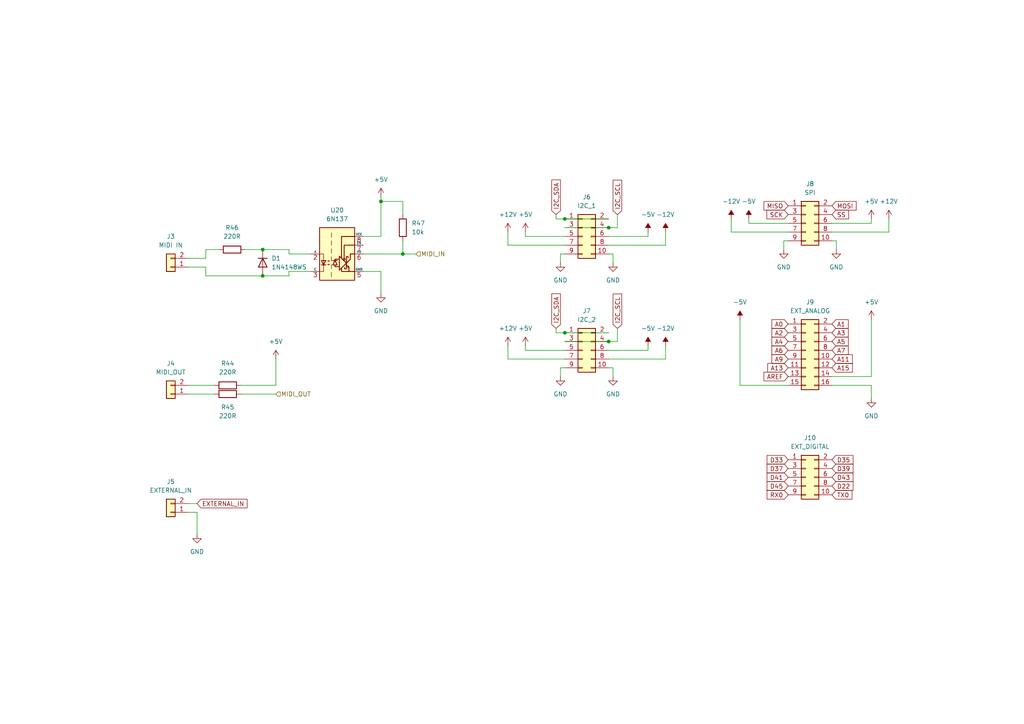
<source format=kicad_sch>
(kicad_sch (version 20230121) (generator eeschema)
  (paper "A4")
  (title_block (title "Polykit-X8 Mainboard") (date "2024-01-14") (rev "v0.0.2") (company "Jan Knipper") (comment 1 "github.com/polykit"))
  (lib_symbols
    (symbol "Connector_Generic:Conn_01x02" (pin_names (offset 1.016) hide)
      (property "Reference" "J" (at 0 2.54 0))
      (property "Value" "Conn_01x02" (at 0 -5.08 0))
      (symbol "Conn_01x02_1_1"
        (rectangle (start -1.27 -2.413) (end 0 -2.667) (stroke (width 0.1524)))
        (rectangle (start -1.27 0.127) (end 0 -0.127) (stroke (width 0.1524)))
        (rectangle (start -1.27 1.27) (end 1.27 -3.81) (stroke (width 0.254)) (fill (type background)))
        (pin passive line (at -5.08 0 0) (length 3.81) (name "Pin_1") (number "1"))
        (pin passive line (at -5.08 -2.54 0) (length 3.81) (name "Pin_2") (number "2"))
      )
    )
    (symbol "Connector_Generic:Conn_02x05_Odd_Even" (pin_names (offset 1.016) hide)
      (property "Reference" "J" (at 1.27 7.62 0))
      (property "Value" "Conn_02x05_Odd_Even" (at 1.27 -7.62 0))
      (symbol "Conn_02x05_Odd_Even_1_1"
        (rectangle (start -1.27 -4.953) (end 0 -5.207) (stroke (width 0.1524)))
        (rectangle (start -1.27 -2.413) (end 0 -2.667) (stroke (width 0.1524)))
        (rectangle (start -1.27 0.127) (end 0 -0.127) (stroke (width 0.1524)))
        (rectangle (start -1.27 2.667) (end 0 2.413) (stroke (width 0.1524)))
        (rectangle (start -1.27 5.207) (end 0 4.953) (stroke (width 0.1524)))
        (rectangle (start -1.27 6.35) (end 3.81 -6.35) (stroke (width 0.254)) (fill (type background)))
        (rectangle (start 3.81 -4.953) (end 2.54 -5.207) (stroke (width 0.1524)))
        (rectangle (start 3.81 -2.413) (end 2.54 -2.667) (stroke (width 0.1524)))
        (rectangle (start 3.81 0.127) (end 2.54 -0.127) (stroke (width 0.1524)))
        (rectangle (start 3.81 2.667) (end 2.54 2.413) (stroke (width 0.1524)))
        (rectangle (start 3.81 5.207) (end 2.54 4.953) (stroke (width 0.1524)))
        (pin passive line (at -5.08 5.08 0) (length 3.81) (name "Pin_1") (number "1"))
        (pin passive line (at 7.62 -5.08 180) (length 3.81) (name "Pin_10") (number "10"))
        (pin passive line (at 7.62 5.08 180) (length 3.81) (name "Pin_2") (number "2"))
        (pin passive line (at -5.08 2.54 0) (length 3.81) (name "Pin_3") (number "3"))
        (pin passive line (at 7.62 2.54 180) (length 3.81) (name "Pin_4") (number "4"))
        (pin passive line (at -5.08 0 0) (length 3.81) (name "Pin_5") (number "5"))
        (pin passive line (at 7.62 0 180) (length 3.81) (name "Pin_6") (number "6"))
        (pin passive line (at -5.08 -2.54 0) (length 3.81) (name "Pin_7") (number "7"))
        (pin passive line (at 7.62 -2.54 180) (length 3.81) (name "Pin_8") (number "8"))
        (pin passive line (at -5.08 -5.08 0) (length 3.81) (name "Pin_9") (number "9"))
      )
    )
    (symbol "Connector_Generic:Conn_02x08_Odd_Even" (pin_names (offset 1.016) hide)
      (property "Reference" "J" (at 1.27 10.16 0))
      (property "Value" "Conn_02x08_Odd_Even" (at 1.27 -12.7 0))
      (symbol "Conn_02x08_Odd_Even_1_1"
        (rectangle (start -1.27 -10.033) (end 0 -10.287) (stroke (width 0.1524)))
        (rectangle (start -1.27 -7.493) (end 0 -7.747) (stroke (width 0.1524)))
        (rectangle (start -1.27 -4.953) (end 0 -5.207) (stroke (width 0.1524)))
        (rectangle (start -1.27 -2.413) (end 0 -2.667) (stroke (width 0.1524)))
        (rectangle (start -1.27 0.127) (end 0 -0.127) (stroke (width 0.1524)))
        (rectangle (start -1.27 2.667) (end 0 2.413) (stroke (width 0.1524)))
        (rectangle (start -1.27 5.207) (end 0 4.953) (stroke (width 0.1524)))
        (rectangle (start -1.27 7.747) (end 0 7.493) (stroke (width 0.1524)))
        (rectangle (start -1.27 8.89) (end 3.81 -11.43) (stroke (width 0.254)) (fill (type background)))
        (rectangle (start 3.81 -10.033) (end 2.54 -10.287) (stroke (width 0.1524)))
        (rectangle (start 3.81 -7.493) (end 2.54 -7.747) (stroke (width 0.1524)))
        (rectangle (start 3.81 -4.953) (end 2.54 -5.207) (stroke (width 0.1524)))
        (rectangle (start 3.81 -2.413) (end 2.54 -2.667) (stroke (width 0.1524)))
        (rectangle (start 3.81 0.127) (end 2.54 -0.127) (stroke (width 0.1524)))
        (rectangle (start 3.81 2.667) (end 2.54 2.413) (stroke (width 0.1524)))
        (rectangle (start 3.81 5.207) (end 2.54 4.953) (stroke (width 0.1524)))
        (rectangle (start 3.81 7.747) (end 2.54 7.493) (stroke (width 0.1524)))
        (pin passive line (at -5.08 7.62 0) (length 3.81) (name "Pin_1") (number "1"))
        (pin passive line (at 7.62 -2.54 180) (length 3.81) (name "Pin_10") (number "10"))
        (pin passive line (at -5.08 -5.08 0) (length 3.81) (name "Pin_11") (number "11"))
        (pin passive line (at 7.62 -5.08 180) (length 3.81) (name "Pin_12") (number "12"))
        (pin passive line (at -5.08 -7.62 0) (length 3.81) (name "Pin_13") (number "13"))
        (pin passive line (at 7.62 -7.62 180) (length 3.81) (name "Pin_14") (number "14"))
        (pin passive line (at -5.08 -10.16 0) (length 3.81) (name "Pin_15") (number "15"))
        (pin passive line (at 7.62 -10.16 180) (length 3.81) (name "Pin_16") (number "16"))
        (pin passive line (at 7.62 7.62 180) (length 3.81) (name "Pin_2") (number "2"))
        (pin passive line (at -5.08 5.08 0) (length 3.81) (name "Pin_3") (number "3"))
        (pin passive line (at 7.62 5.08 180) (length 3.81) (name "Pin_4") (number "4"))
        (pin passive line (at -5.08 2.54 0) (length 3.81) (name "Pin_5") (number "5"))
        (pin passive line (at 7.62 2.54 180) (length 3.81) (name "Pin_6") (number "6"))
        (pin passive line (at -5.08 0 0) (length 3.81) (name "Pin_7") (number "7"))
        (pin passive line (at 7.62 0 180) (length 3.81) (name "Pin_8") (number "8"))
        (pin passive line (at -5.08 -2.54 0) (length 3.81) (name "Pin_9") (number "9"))
      )
    )
    (symbol "Device:R" (pin_numbers hide) (pin_names (offset 0))
      (property "Reference" "R" (at 2.032 0 90))
      (property "Value" "R" (at 0 0 90))
      (symbol "R_0_1"
        (rectangle (start -1.016 -2.54) (end 1.016 2.54) (stroke (width 0.254)))
      )
      (symbol "R_1_1"
        (pin passive line (at 0 3.81 270) (length 1.27) (name "~") (number "1"))
        (pin passive line (at 0 -3.81 90) (length 1.27) (name "~") (number "2"))
      )
    )
    (symbol "Diode:1N4148WS" (pin_numbers hide) (pin_names hide)
      (property "Reference" "D" (at 0 2.54 0))
      (property "Value" "1N4148WS" (at 0 -2.54 0))
      (symbol "1N4148WS_0_1"
        (polyline (pts (xy -1.27 1.27) (xy -1.27 -1.27)) (stroke (width 0.254)))
        (polyline (pts (xy 1.27 0) (xy -1.27 0)))
        (polyline (pts (xy 1.27 1.27) (xy 1.27 -1.27) (xy -1.27 0) (xy 1.27 1.27)) (stroke (width 0.254)))
      )
      (symbol "1N4148WS_1_1"
        (pin passive line (at -3.81 0 0) (length 2.54) (name "K") (number "1"))
        (pin passive line (at 3.81 0 180) (length 2.54) (name "A") (number "2"))
      )
    )
    (symbol "Isolator:6N137" (pin_names (offset 0))
      (property "Reference" "U" (at -4.064 8.89 0))
      (property "Value" "6N137" (at 0 -8.89 0))
      (symbol "6N137_0_1"
        (polyline (pts (xy 2.667 -3.556) (xy 2.667 -1.651)) (stroke (width 0.254)))
        (polyline (pts (xy 2.667 -2.159) (xy 2.667 -2.921)) (stroke (width 0.254)))
        (polyline (pts (xy 3.429 -3.937) (xy 3.429 -5.08)) (stroke (width 0.254)))
        (polyline (pts (xy -0.635 -3.302) (xy -0.635 -3.683) (xy 0.635 -3.683)) (stroke (width 0.254)))
        (polyline (pts (xy -0.635 -1.905) (xy -0.635 -1.524) (xy 0.508 -1.524)) (stroke (width 0.254)))
        (polyline (pts (xy 1.27 -4.064) (xy 1.27 -5.08) (xy 5.08 -5.08)) (stroke (width 0.254)))
        (polyline (pts (xy 1.27 -1.27) (xy 1.27 5.08) (xy 5.08 5.08)) (stroke (width 0.254)))
        (polyline (pts (xy 2.032 -1.27) (xy 2.032 2.54) (xy 5.08 2.54)) (stroke (width 0.254)))
        (polyline (pts (xy -5.08 -5.08) (xy -3.937 -5.08) (xy -3.937 0) (xy -5.08 0)))
        (polyline (pts (xy 2.667 -3.302) (xy 2.667 -4.318) (xy 2.159 -4.318) (xy 2.159 -3.937)) (stroke (width 0.254)))
        (polyline (pts (xy 2.667 -2.667) (xy 0.635 -4.699) (xy 0.635 -0.635) (xy 2.667 -2.667)) (stroke (width 0.254)))
        (polyline (pts (xy 2.667 -1.778) (xy 2.667 -0.762) (xy 3.175 -0.762) (xy 3.175 -1.143)) (stroke (width 0.254)))
        (polyline (pts (xy 2.794 -2.54) (xy 3.81 -1.524) (xy 3.81 0) (xy 5.08 0)) (stroke (width 0.254)))
        (polyline (pts (xy 2.667 -3.175) (xy 3.429 -3.937) (xy 3.302 -3.556) (xy 3.048 -3.81) (xy 3.429 -3.937)) (stroke (width 0.254)))
        (circle (center 2.032 -1.524) (radius 0.254) (stroke (width 0.254)))
      )
      (symbol "6N137_1_1"
        (rectangle (start -5.08 7.62) (end 5.08 -7.62) (stroke (width 0.254)) (fill (type background)))
        (polyline (pts (xy -4.572 -3.175) (xy -3.302 -3.175)) (stroke (width 0.254)))
        (polyline (pts (xy -1.651 -5.334) (xy -1.651 -6.604)))
        (polyline (pts (xy -1.651 -3.048) (xy -1.651 -4.318)))
        (polyline (pts (xy -1.651 -0.762) (xy -1.651 -2.032)))
        (polyline (pts (xy -1.651 1.524) (xy -1.651 0.254)))
        (polyline (pts (xy -1.651 3.81) (xy -1.651 2.54)))
        (polyline (pts (xy -1.651 6.096) (xy -1.651 4.826)))
        (polyline (pts (xy -1.27 -1.905) (xy 0 -1.905)) (stroke (width 0.254)))
        (polyline (pts (xy -3.937 -3.175) (xy -4.572 -1.905) (xy -3.302 -1.905) (xy -3.937 -3.175)) (stroke (width 0.254)))
        (polyline (pts (xy -0.635 -1.905) (xy -1.27 -3.175) (xy 0 -3.175) (xy -0.635 -1.905)) (stroke (width 0.254)))
        (polyline (pts (xy -2.921 -3.048) (xy -2.159 -3.048) (xy -2.54 -3.175) (xy -2.54 -2.921) (xy -2.159 -3.048)) (stroke (width 0.127)))
        (polyline (pts (xy -2.921 -2.032) (xy -2.159 -2.032) (xy -2.54 -2.159) (xy -2.54 -1.905) (xy -2.159 -2.032)) (stroke (width 0.127)))
        (pin no_connect line (at -5.08 5.08 0) (length 2.54) hide (name "NC") (number "1"))
        (pin passive line (at -7.62 0 0) (length 2.54) (name "A") (number "2"))
        (pin passive line (at -7.62 -5.08 0) (length 2.54) (name "C") (number "3"))
        (pin power_in line (at 7.62 -5.08 180) (length 2.54) (name "GND") (number "5"))
        (pin open_collector line (at 7.62 0 180) (length 2.54) (name "VO") (number "6"))
        (pin input line (at 7.62 2.54 180) (length 2.54) (name "EN") (number "7"))
        (pin power_in line (at 7.62 5.08 180) (length 2.54) (name "VCC") (number "8"))
      )
    )
    (symbol "power:+12V" (power) (pin_names (offset 0))
      (property "Value" "+12V" (at 0 3.556 0))
      (symbol "+12V_0_1"
        (polyline (pts (xy -0.762 1.27) (xy 0 2.54)))
        (polyline (pts (xy 0 0) (xy 0 2.54)))
        (polyline (pts (xy 0 2.54) (xy 0.762 1.27)))
      )
      (symbol "+12V_1_1"
        (pin power_in line (at 0 0 90) (length 0) hide (name "+12V") (number "1"))
      )
    )
    (symbol "power:+5V" (power) (pin_names (offset 0))
      (property "Value" "+5V" (at 0 3.556 0))
      (symbol "+5V_0_1"
        (polyline (pts (xy -0.762 1.27) (xy 0 2.54)))
        (polyline (pts (xy 0 0) (xy 0 2.54)))
        (polyline (pts (xy 0 2.54) (xy 0.762 1.27)))
      )
      (symbol "+5V_1_1"
        (pin power_in line (at 0 0 90) (length 0) hide (name "+5V") (number "1"))
      )
    )
    (symbol "power:-12V" (power) (pin_names (offset 0))
      (property "Value" "-12V" (at 0 3.81 0))
      (symbol "-12V_0_0"
        (pin power_in line (at 0 0 90) (length 0) hide (name "-12V") (number "1"))
      )
      (symbol "-12V_0_1"
        (polyline (pts (xy 0 0) (xy 0 1.27) (xy 0.762 1.27) (xy 0 2.54) (xy -0.762 1.27) (xy 0 1.27)) (fill (type outline)))
      )
    )
    (symbol "power:-5V" (power) (pin_names (offset 0))
      (property "Value" "-5V" (at 0 3.81 0))
      (symbol "-5V_0_0"
        (pin power_in line (at 0 0 90) (length 0) hide (name "-5V") (number "1"))
      )
      (symbol "-5V_0_1"
        (polyline (pts (xy 0 0) (xy 0 1.27) (xy 0.762 1.27) (xy 0 2.54) (xy -0.762 1.27) (xy 0 1.27)) (fill (type outline)))
      )
    )
    (symbol "power:GND" (power) (pin_names (offset 0))
      (property "Value" "GND" (at 0 -3.81 0))
      (symbol "GND_0_1"
        (polyline (pts (xy 0 0) (xy 0 -1.27) (xy 1.27 -1.27) (xy 0 -2.54) (xy -1.27 -1.27) (xy 0 -1.27)))
      )
      (symbol "GND_1_1"
        (pin power_in line (at 0 0 270) (length 0) hide (name "GND") (number "1"))
      )
    )
  )
  (junction (at 76.2 72.39))
  (junction (at 176.53 66.04))
  (junction (at 163.83 63.5))
  (junction (at 163.83 96.52))
  (junction (at 176.53 99.06))
  (junction (at 110.49 58.42))
  (junction (at 116.84 73.66))
  (junction (at 76.2 80.01))
  (wire (pts (xy 54.61 148.59) (xy 57.15 148.59)))
  (wire (pts (xy 105.41 68.58) (xy 110.49 68.58)))
  (wire (pts (xy 90.17 78.74) (xy 83.82 78.74)))
  (wire (pts (xy 163.83 63.5) (xy 176.53 63.5)))
  (wire (pts (xy 105.41 78.74) (xy 110.49 78.74)))
  (wire (pts (xy 76.2 72.39) (xy 83.82 72.39)))
  (wire (pts (xy 163.83 66.04) (xy 176.53 66.04)))
  (wire (pts (xy 212.09 67.31) (xy 212.09 63.5)))
  (wire (pts (xy 63.5 72.39) (xy 59.69 72.39)))
  (wire (pts (xy 193.04 71.12) (xy 193.04 67.31)))
  (wire (pts (xy 83.82 73.66) (xy 83.82 72.39)))
  (wire (pts (xy 176.53 99.06) (xy 179.07 99.06)))
  (wire (pts (xy 241.3 111.76) (xy 252.73 111.76)))
  (wire (pts (xy 241.3 64.77) (xy 252.73 64.77)))
  (wire (pts (xy 252.73 64.77) (xy 252.73 63.5)))
  (wire (pts (xy 177.8 73.66) (xy 177.8 76.2)))
  (wire (pts (xy 59.69 72.39) (xy 59.69 74.93)))
  (wire (pts (xy 116.84 58.42) (xy 110.49 58.42)))
  (wire (pts (xy 214.63 111.76) (xy 228.6 111.76)))
  (wire (pts (xy 228.6 69.85) (xy 227.33 69.85)))
  (wire (pts (xy 110.49 58.42) (xy 110.49 57.15)))
  (wire (pts (xy 176.53 73.66) (xy 177.8 73.66)))
  (wire (pts (xy 177.8 106.68) (xy 177.8 109.22)))
  (wire (pts (xy 252.73 109.22) (xy 252.73 92.71)))
  (wire (pts (xy 252.73 111.76) (xy 252.73 115.57)))
  (wire (pts (xy 227.33 69.85) (xy 227.33 72.39)))
  (wire (pts (xy 163.83 96.52) (xy 176.53 96.52)))
  (wire (pts (xy 54.61 77.47) (xy 59.69 77.47)))
  (wire (pts (xy 59.69 80.01) (xy 59.69 77.47)))
  (wire (pts (xy 193.04 104.14) (xy 193.04 100.33)))
  (wire (pts (xy 176.53 106.68) (xy 177.8 106.68)))
  (wire (pts (xy 80.01 111.76) (xy 80.01 104.14)))
  (wire (pts (xy 163.83 104.14) (xy 147.32 104.14)))
  (wire (pts (xy 110.49 78.74) (xy 110.49 85.09)))
  (wire (pts (xy 71.12 72.39) (xy 76.2 72.39)))
  (wire (pts (xy 83.82 78.74) (xy 83.82 80.01)))
  (wire (pts (xy 163.83 106.68) (xy 162.56 106.68)))
  (wire (pts (xy 162.56 73.66) (xy 162.56 76.2)))
  (wire (pts (xy 147.32 104.14) (xy 147.32 100.33)))
  (wire (pts (xy 116.84 62.23) (xy 116.84 58.42)))
  (wire (pts (xy 257.81 67.31) (xy 257.81 63.5)))
  (wire (pts (xy 179.07 99.06) (xy 179.07 95.25)))
  (wire (pts (xy 176.53 104.14) (xy 193.04 104.14)))
  (wire (pts (xy 179.07 66.04) (xy 179.07 62.23)))
  (wire (pts (xy 90.17 73.66) (xy 83.82 73.66)))
  (wire (pts (xy 241.3 109.22) (xy 252.73 109.22)))
  (wire (pts (xy 163.83 99.06) (xy 176.53 99.06)))
  (wire (pts (xy 54.61 114.3) (xy 62.23 114.3)))
  (wire (pts (xy 161.29 96.52) (xy 161.29 95.25)))
  (wire (pts (xy 110.49 68.58) (xy 110.49 58.42)))
  (wire (pts (xy 176.53 71.12) (xy 193.04 71.12)))
  (wire (pts (xy 163.83 73.66) (xy 162.56 73.66)))
  (wire (pts (xy 241.3 67.31) (xy 257.81 67.31)))
  (wire (pts (xy 83.82 80.01) (xy 76.2 80.01)))
  (wire (pts (xy 163.83 63.5) (xy 161.29 63.5)))
  (wire (pts (xy 147.32 71.12) (xy 147.32 67.31)))
  (wire (pts (xy 57.15 148.59) (xy 57.15 154.94)))
  (wire (pts (xy 152.4 101.6) (xy 152.4 100.33)))
  (wire (pts (xy 54.61 111.76) (xy 62.23 111.76)))
  (wire (pts (xy 214.63 111.76) (xy 214.63 92.71)))
  (wire (pts (xy 57.15 146.05) (xy 54.61 146.05)))
  (wire (pts (xy 163.83 68.58) (xy 152.4 68.58)))
  (wire (pts (xy 116.84 69.85) (xy 116.84 73.66)))
  (wire (pts (xy 187.96 101.6) (xy 187.96 100.33)))
  (wire (pts (xy 217.17 64.77) (xy 217.17 63.5)))
  (wire (pts (xy 241.3 69.85) (xy 242.57 69.85)))
  (wire (pts (xy 228.6 64.77) (xy 217.17 64.77)))
  (wire (pts (xy 69.85 111.76) (xy 80.01 111.76)))
  (wire (pts (xy 162.56 106.68) (xy 162.56 109.22)))
  (wire (pts (xy 242.57 69.85) (xy 242.57 72.39)))
  (wire (pts (xy 152.4 68.58) (xy 152.4 67.31)))
  (wire (pts (xy 116.84 73.66) (xy 105.41 73.66)))
  (wire (pts (xy 176.53 101.6) (xy 187.96 101.6)))
  (wire (pts (xy 176.53 66.04) (xy 179.07 66.04)))
  (wire (pts (xy 161.29 63.5) (xy 161.29 62.23)))
  (wire (pts (xy 163.83 101.6) (xy 152.4 101.6)))
  (wire (pts (xy 176.53 68.58) (xy 187.96 68.58)))
  (wire (pts (xy 76.2 80.01) (xy 59.69 80.01)))
  (wire (pts (xy 120.65 73.66) (xy 116.84 73.66)))
  (wire (pts (xy 228.6 67.31) (xy 212.09 67.31)))
  (wire (pts (xy 163.83 96.52) (xy 161.29 96.52)))
  (wire (pts (xy 59.69 74.93) (xy 54.61 74.93)))
  (wire (pts (xy 163.83 71.12) (xy 147.32 71.12)))
  (wire (pts (xy 69.85 114.3) (xy 80.01 114.3)))
  (wire (pts (xy 187.96 68.58) (xy 187.96 67.31)))
  (global_label "A15" (shape input) (at 241.3 106.68 0) (property "Intersheetrefs" "${INTERSHEET_REFS}" (effects hide)))
  (global_label "MOSI" (shape input) (at 241.3 59.69 0) (property "Intersheetrefs" "${INTERSHEET_REFS}" (effects hide)))
  (global_label "A6" (shape input) (at 228.6 101.6 180) (property "Intersheetrefs" "${INTERSHEET_REFS}" (effects hide)))
  (global_label "I2C_SDA" (shape input) (at 161.29 62.23 90) (property "Intersheetrefs" "${INTERSHEET_REFS}" (effects hide)))
  (global_label "I2C_SCL" (shape input) (at 179.07 62.23 90) (property "Intersheetrefs" "${INTERSHEET_REFS}" (effects hide)))
  (global_label "D43" (shape input) (at 241.3 138.43 0) (property "Intersheetrefs" "${INTERSHEET_REFS}" (effects hide)))
  (global_label "D33" (shape input) (at 228.6 133.35 180) (property "Intersheetrefs" "${INTERSHEET_REFS}" (effects hide)))
  (global_label "A0" (shape input) (at 228.6 93.98 180) (property "Intersheetrefs" "${INTERSHEET_REFS}" (effects hide)))
  (global_label "I2C_SCL" (shape input) (at 179.07 95.25 90) (property "Intersheetrefs" "${INTERSHEET_REFS}" (effects hide)))
  (global_label "D37" (shape input) (at 228.6 135.89 180) (property "Intersheetrefs" "${INTERSHEET_REFS}" (effects hide)))
  (global_label "EXTERNAL_IN" (shape input) (at 57.15 146.05 0) (property "Intersheetrefs" "${INTERSHEET_REFS}" (effects hide)))
  (global_label "A1" (shape input) (at 241.3 93.98 0) (property "Intersheetrefs" "${INTERSHEET_REFS}" (effects hide)))
  (global_label "D39" (shape input) (at 241.3 135.89 0) (property "Intersheetrefs" "${INTERSHEET_REFS}" (effects hide)))
  (global_label "A4" (shape input) (at 228.6 99.06 180) (property "Intersheetrefs" "${INTERSHEET_REFS}" (effects hide)))
  (global_label "SCK" (shape input) (at 228.6 62.23 180) (property "Intersheetrefs" "${INTERSHEET_REFS}" (effects hide)))
  (global_label "D22" (shape input) (at 241.3 140.97 0) (property "Intersheetrefs" "${INTERSHEET_REFS}" (effects hide)))
  (global_label "A3" (shape input) (at 241.3 96.52 0) (property "Intersheetrefs" "${INTERSHEET_REFS}" (effects hide)))
  (global_label "A13" (shape input) (at 228.6 106.68 180) (property "Intersheetrefs" "${INTERSHEET_REFS}" (effects hide)))
  (global_label "I2C_SDA" (shape input) (at 161.29 95.25 90) (property "Intersheetrefs" "${INTERSHEET_REFS}" (effects hide)))
  (global_label "AREF" (shape input) (at 228.6 109.22 180) (property "Intersheetrefs" "${INTERSHEET_REFS}" (effects hide)))
  (global_label "MISO" (shape input) (at 228.6 59.69 180) (property "Intersheetrefs" "${INTERSHEET_REFS}" (effects hide)))
  (global_label "A2" (shape input) (at 228.6 96.52 180) (property "Intersheetrefs" "${INTERSHEET_REFS}" (effects hide)))
  (global_label "A11" (shape input) (at 241.3 104.14 0) (property "Intersheetrefs" "${INTERSHEET_REFS}" (effects hide)))
  (global_label "A9" (shape input) (at 228.6 104.14 180) (property "Intersheetrefs" "${INTERSHEET_REFS}" (effects hide)))
  (global_label "D35" (shape input) (at 241.3 133.35 0) (property "Intersheetrefs" "${INTERSHEET_REFS}" (effects hide)))
  (global_label "TX0" (shape input) (at 241.3 143.51 0) (property "Intersheetrefs" "${INTERSHEET_REFS}" (effects hide)))
  (global_label "A5" (shape input) (at 241.3 99.06 0) (property "Intersheetrefs" "${INTERSHEET_REFS}" (effects hide)))
  (global_label "A7" (shape input) (at 241.3 101.6 0) (property "Intersheetrefs" "${INTERSHEET_REFS}" (effects hide)))
  (global_label "D41" (shape input) (at 228.6 138.43 180) (property "Intersheetrefs" "${INTERSHEET_REFS}" (effects hide)))
  (global_label "D45" (shape input) (at 228.6 140.97 180) (property "Intersheetrefs" "${INTERSHEET_REFS}" (effects hide)))
  (global_label "RX0" (shape input) (at 228.6 143.51 180) (property "Intersheetrefs" "${INTERSHEET_REFS}" (effects hide)))
  (global_label "SS" (shape input) (at 241.3 62.23 0) (property "Intersheetrefs" "${INTERSHEET_REFS}" (effects hide)))
  (hierarchical_label "MIDI_IN" (shape input) (at 120.65 73.66 0))
  (hierarchical_label "MIDI_OUT" (shape input) (at 80.01 114.3 0))
  (symbol (lib_id "power:GND") (at 177.8 109.22 0) (unit 1)
    (property "Reference" "#PWR0175" (effects hide))
    (property "Value" "GND" (at 177.8 114.3 0))
  )
  (symbol (lib_id "power:-5V") (at 217.17 63.5 0) (unit 1)
    (property "Reference" "#PWR0180" (effects hide))
    (property "Value" "-5V" (at 217.17 58.42 0))
  )
  (symbol (lib_id "power:GND") (at 227.33 72.39 0) (unit 1)
    (property "Reference" "#PWR0182" (effects hide))
    (property "Value" "GND" (at 227.33 77.47 0))
  )
  (symbol (lib_id "Device:R") (at 116.84 66.04 180) (unit 1)
    (property "Reference" "R47" (at 119.38 64.7699 0) (effects (justify right)))
    (property "Value" "10k" (at 119.38 67.3099 0) (effects (justify right)))
    (property "Footprint" "Resistor_SMD:R_1206_3216Metric_Pad1.30x1.75mm_HandSolder" (effects hide))
  )
  (symbol (lib_id "power:GND") (at 57.15 154.94 0) (unit 1)
    (property "Reference" "#PWR0164" (effects hide))
    (property "Value" "GND" (at 57.15 160.02 0))
  )
  (symbol (lib_id "power:+12V") (at 257.81 63.5 0) (unit 1)
    (property "Reference" "#PWR0185" (effects hide))
    (property "Value" "+12V" (at 257.81 58.42 0))
  )
  (symbol (lib_id "Connector_Generic:Conn_02x08_Odd_Even") (at 233.68 101.6 0) (unit 1)
    (property "Reference" "J9" (at 234.95 87.63 0))
    (property "Value" "EXT_ANALOG" (at 234.95 90.17 0))
    (property "Footprint" "Connector_IDC:IDC-Header_2x08_P2.54mm_Vertical" (effects hide))
  )
  (symbol (lib_id "power:+12V") (at 147.32 67.31 0) (unit 1)
    (property "Reference" "#PWR0168" (effects hide))
    (property "Value" "+12V" (at 147.32 62.23 0))
  )
  (symbol (lib_id "Diode:1N4148WS") (at 76.2 76.2 270) (unit 1)
    (property "Reference" "D1" (at 78.74 74.9299 90) (effects (justify left)))
    (property "Value" "1N4148WS" (at 78.74 77.4699 90) (effects (justify left)))
    (property "Footprint" "Diode_SMD:D_SOD-323_HandSoldering" (effects hide))
    (property "Datasheet" "https://www.vishay.com/docs/85751/1n4148ws.pdf" (effects hide))
  )
  (symbol (lib_id "power:+5V") (at 252.73 92.71 0) (unit 1)
    (property "Reference" "#PWR0221" (effects hide))
    (property "Value" "+5V" (at 252.73 87.63 0))
  )
  (symbol (lib_id "power:+5V") (at 152.4 67.31 0) (unit 1)
    (property "Reference" "#PWR0170" (effects hide))
    (property "Value" "+5V" (at 152.4 62.23 0))
  )
  (symbol (lib_id "power:+5V") (at 80.01 104.14 0) (unit 1)
    (property "Reference" "#PWR0165" (effects hide))
    (property "Value" "+5V" (at 80.01 99.06 0))
  )
  (symbol (lib_id "power:+5V") (at 110.49 57.15 0) (unit 1)
    (property "Reference" "#PWR0166" (effects hide))
    (property "Value" "+5V" (at 110.49 52.07 0))
  )
  (symbol (lib_id "power:+12V") (at 147.32 100.33 0) (unit 1)
    (property "Reference" "#PWR0169" (effects hide))
    (property "Value" "+12V" (at 147.32 95.25 0))
  )
  (symbol (lib_id "Connector_Generic:Conn_01x02") (at 49.53 77.47 180) (unit 1)
    (property "Reference" "J3" (at 49.53 68.58 0))
    (property "Value" "MIDI IN" (at 49.53 71.12 0))
    (property "Footprint" "Connector_Molex:Molex_KK-254_AE-6410-02A_1x02_P2.54mm_Vertical" (effects hide))
  )
  (symbol (lib_id "Connector_Generic:Conn_02x05_Odd_Even") (at 233.68 64.77 0) (unit 1)
    (property "Reference" "J8" (at 234.95 53.34 0))
    (property "Value" "SPI" (at 234.95 55.88 0))
    (property "Footprint" "Connector_IDC:IDC-Header_2x05_P2.54mm_Vertical" (effects hide))
  )
  (symbol (lib_id "power:GND") (at 162.56 109.22 0) (unit 1)
    (property "Reference" "#PWR0173" (effects hide))
    (property "Value" "GND" (at 162.56 114.3 0))
  )
  (symbol (lib_id "power:-12V") (at 193.04 100.33 0) (unit 1)
    (property "Reference" "#PWR0179" (effects hide))
    (property "Value" "-12V" (at 193.04 95.25 0))
  )
  (symbol (lib_id "Isolator:6N137") (at 97.79 73.66 0) (unit 1)
    (property "Reference" "U20" (at 97.79 60.96 0))
    (property "Value" "6N137" (at 97.79 63.5 0))
    (property "Footprint" "Package_DIP:DIP-8_W7.62mm_SMDSocket_SmallPads" (effects hide))
    (property "Datasheet" "https://docs.broadcom.com/docs/AV02-0940EN" (effects hide))
  )
  (symbol (lib_id "Connector_Generic:Conn_01x02") (at 49.53 114.3 180) (unit 1)
    (property "Reference" "J4" (at 49.53 105.41 0))
    (property "Value" "MIDI_OUT" (at 49.53 107.95 0))
    (property "Footprint" "Connector_Molex:Molex_KK-254_AE-6410-02A_1x02_P2.54mm_Vertical" (effects hide))
  )
  (symbol (lib_id "power:+5V") (at 252.73 63.5 0) (unit 1)
    (property "Reference" "#PWR0184" (effects hide))
    (property "Value" "+5V" (at 252.73 58.42 0))
  )
  (symbol (lib_id "power:GND") (at 177.8 76.2 0) (unit 1)
    (property "Reference" "#PWR0174" (effects hide))
    (property "Value" "GND" (at 177.8 81.28 0))
  )
  (symbol (lib_id "power:GND") (at 242.57 72.39 0) (unit 1)
    (property "Reference" "#PWR0183" (effects hide))
    (property "Value" "GND" (at 242.57 77.47 0))
  )
  (symbol (lib_id "Connector_Generic:Conn_02x05_Odd_Even") (at 233.68 138.43 0) (unit 1)
    (property "Reference" "J10" (at 234.95 127 0))
    (property "Value" "EXT_DIGITAL" (at 234.95 129.54 0))
    (property "Footprint" "Connector_IDC:IDC-Header_2x05_P2.54mm_Vertical" (effects hide))
  )
  (symbol (lib_id "power:-12V") (at 193.04 67.31 0) (unit 1)
    (property "Reference" "#PWR0178" (effects hide))
    (property "Value" "-12V" (at 193.04 62.23 0))
  )
  (symbol (lib_id "power:GND") (at 252.73 115.57 0) (unit 1)
    (property "Reference" "#PWR0222" (effects hide))
    (property "Value" "GND" (at 252.73 120.65 0))
  )
  (symbol (lib_id "power:GND") (at 162.56 76.2 0) (unit 1)
    (property "Reference" "#PWR0172" (effects hide))
    (property "Value" "GND" (at 162.56 81.28 0))
  )
  (symbol (lib_id "Connector_Generic:Conn_02x05_Odd_Even") (at 168.91 101.6 0) (unit 1)
    (property "Reference" "J7" (at 170.18 90.17 0))
    (property "Value" "I2C_2" (at 170.18 92.71 0))
    (property "Footprint" "Connector_IDC:IDC-Header_2x05_P2.54mm_Vertical" (effects hide))
  )
  (symbol (lib_id "power:-5V") (at 187.96 100.33 0) (unit 1)
    (property "Reference" "#PWR0177" (effects hide))
    (property "Value" "-5V" (at 187.96 95.25 0))
  )
  (symbol (lib_id "Connector_Generic:Conn_01x02") (at 49.53 148.59 180) (unit 1)
    (property "Reference" "J5" (at 49.53 139.7 0))
    (property "Value" "EXTERNAL_IN" (at 49.53 142.24 0))
    (property "Footprint" "Connector_Molex:Molex_KK-254_AE-6410-02A_1x02_P2.54mm_Vertical" (effects hide))
  )
  (symbol (lib_id "Device:R") (at 67.31 72.39 90) (unit 1)
    (property "Reference" "R46" (at 67.31 66.04 90))
    (property "Value" "220R" (at 67.31 68.58 90))
    (property "Footprint" "Resistor_SMD:R_1206_3216Metric_Pad1.30x1.75mm_HandSolder" (effects hide))
  )
  (symbol (lib_id "power:GND") (at 110.49 85.09 0) (unit 1)
    (property "Reference" "#PWR0167" (effects hide))
    (property "Value" "GND" (at 110.49 90.17 0))
  )
  (symbol (lib_id "Device:R") (at 66.04 114.3 90) (unit 1)
    (property "Reference" "R45" (at 66.04 118.11 90))
    (property "Value" "220R" (at 66.04 120.65 90))
    (property "Footprint" "Resistor_SMD:R_1206_3216Metric_Pad1.30x1.75mm_HandSolder" (effects hide))
  )
  (symbol (lib_id "Device:R") (at 66.04 111.76 90) (unit 1)
    (property "Reference" "R44" (at 66.04 105.41 90))
    (property "Value" "220R" (at 66.04 107.95 90))
    (property "Footprint" "Resistor_SMD:R_1206_3216Metric_Pad1.30x1.75mm_HandSolder" (effects hide))
  )
  (symbol (lib_id "power:-12V") (at 212.09 63.5 0) (unit 1)
    (property "Reference" "#PWR0181" (effects hide))
    (property "Value" "-12V" (at 212.09 58.42 0))
  )
  (symbol (lib_id "Connector_Generic:Conn_02x05_Odd_Even") (at 168.91 68.58 0) (unit 1)
    (property "Reference" "J6" (at 170.18 57.15 0))
    (property "Value" "I2C_1" (at 170.18 59.69 0))
    (property "Footprint" "Connector_IDC:IDC-Header_2x05_P2.54mm_Vertical" (effects hide))
  )
  (symbol (lib_id "power:-5V") (at 214.63 92.71 0) (unit 1)
    (property "Reference" "#PWR0220" (effects hide))
    (property "Value" "-5V" (at 214.63 87.63 0))
  )
  (symbol (lib_id "power:-5V") (at 187.96 67.31 0) (unit 1)
    (property "Reference" "#PWR0176" (effects hide))
    (property "Value" "-5V" (at 187.96 62.23 0))
  )
  (symbol (lib_id "power:+5V") (at 152.4 100.33 0) (unit 1)
    (property "Reference" "#PWR0171" (effects hide))
    (property "Value" "+5V" (at 152.4 95.25 0))
  )
)
</source>
